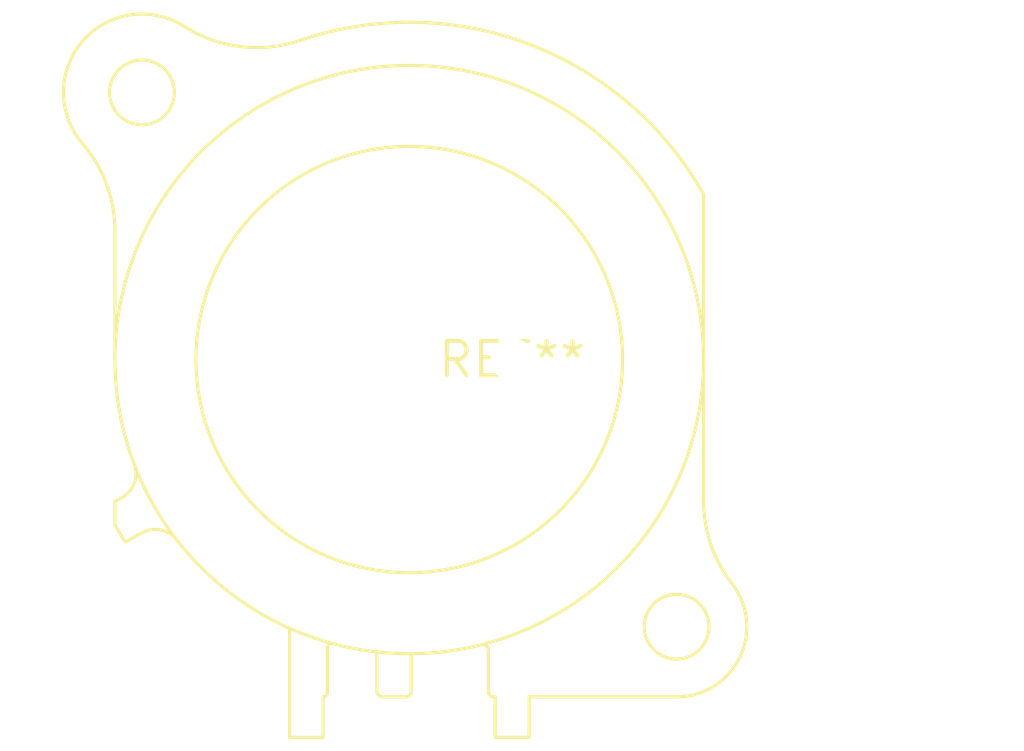
<source format=kicad_pcb>
(kicad_pcb (version 20240108) (generator pcbnew)
  (layers (0 "F.Cu" signal) (31 "B.Cu" signal) (34 "B.Paste" user) (35 "F.Paste" user) (36 "B.SilkS" user "B.Silkscreen") (37 "F.SilkS" user "F.Silkscreen") (38 "B.Mask" user) (39 "F.Mask" user) (44 "Edge.Cuts" user))
  (net 0 "")
  (footprint "Jack_XLR_Neutrik_NC3FAV1-DA_Vertical" (layer "F.Cu") (at 0 0)
    (property "Reference" "REF**")
    (property "Value" "Jack_XLR_Neutrik_NC3FAV1-DA_Vertical")
    (fp_line (start -14.71 0) (end -14.71 -4.76) (layer "F.SilkS") (stroke (width 0.12)))
    (fp_line (start -14.71 5.26) (end -14.71 6.12) (layer "F.SilkS") (stroke (width 0.12)))
    (fp_line (start -14.44 5.11) (end -14.71 5.26) (layer "F.SilkS") (stroke (width 0.12)))
    (fp_line (start -14.32 6.76) (end -13.71 6.42) (layer "F.SilkS") (stroke (width 0.12)))
    (fp_line (start -8.24 9.96) (end -8.24 14) (layer "F.SilkS") (stroke (width 0.12)))
    (fp_line (start -7 12.5) (end -7 14) (layer "F.SilkS") (stroke (width 0.12)))
    (fp_line (start -7 14) (end -8.24 14) (layer "F.SilkS") (stroke (width 0.12)))
    (fp_line (start -6.84 12.34) (end -6.84 10.69) (layer "F.SilkS") (stroke (width 0.12)))
    (fp_line (start -5.01 10.83) (end -5.01 12.3) (layer "F.SilkS") (stroke (width 0.12)))
    (fp_line (start -3.94 12.5) (end -4.81 12.5) (layer "F.SilkS") (stroke (width 0.12)))
    (fp_line (start -3.74 10.9) (end -3.74 12.3) (layer "F.SilkS") (stroke (width 0.12)))
    (fp_line (start -0.88 12.3) (end -0.88 10.76) (layer "F.SilkS") (stroke (width 0.12)))
    (fp_line (start -0.63 12.5) (end -0.68 12.5) (layer "F.SilkS") (stroke (width 0.12)))
    (fp_line (start -0.63 12.5) (end -0.63 14) (layer "F.SilkS") (stroke (width 0.12)))
    (fp_line (start 0.62 14) (end -0.63 14) (layer "F.SilkS") (stroke (width 0.12)))
    (fp_line (start 0.63 12.5) (end 6.09 12.5) (layer "F.SilkS") (stroke (width 0.12)))
    (fp_line (start 0.63 14) (end 0.63 12.5) (layer "F.SilkS") (stroke (width 0.12)))
    (fp_line (start 7.09 5.24) (end 7.09 -6.12) (layer "F.SilkS") (stroke (width 0.12)))
    (fp_arc (start -15.908829 -8.000856) (mid -15.019313 -6.48774) (end -14.71 -4.76) (layer "F.SilkS") (stroke (width 0.12)))
    (fp_arc (start -15.908236 -8.001617) (mid -15.907486 -11.799251) (end -12.15 -12.35) (layer "F.SilkS") (stroke (width 0.12)))
    (fp_arc (start -14.32314 6.763008) (mid -14.521396 6.444407) (end -14.71 6.12) (layer "F.SilkS") (stroke (width 0.12)))
    (fp_arc (start -14.004283 3.855674) (mid -13.989213 4.56375) (end -14.44 5.11) (layer "F.SilkS") (stroke (width 0.12)))
    (fp_arc (start -13.71 6.42) (mid -13.01025 6.315915) (end -12.412202 6.693832) (layer "F.SilkS") (stroke (width 0.12)))
    (fp_arc (start -7.848035 -11.831177) (mid -10.058192 -11.599923) (end -12.15 -12.35) (layer "F.SilkS") (stroke (width 0.12)))
    (fp_arc (start -7.841153 -11.83276) (mid 0.657009 -11.675197) (end 7.09 -6.12) (layer "F.SilkS") (stroke (width 0.12)))
    (fp_arc (start -6.84 10.69) (mid -6.803713 10.578321) (end -6.708713 10.509299) (layer "F.SilkS") (stroke (width 0.12)))
    (fp_arc (start -6.84 12.34) (mid -6.886863 12.453137) (end -7 12.5) (layer "F.SilkS") (stroke (width 0.12)))
    (fp_arc (start -4.81 12.5) (mid -4.951421 12.441421) (end -5.01 12.3) (layer "F.SilkS") (stroke (width 0.12)))
    (fp_arc (start -3.74 12.3) (mid -3.798579 12.441421) (end -3.94 12.5) (layer "F.SilkS") (stroke (width 0.12)))
    (fp_arc (start -1.1294 10.566197) (mid -0.957281 10.602076) (end -0.88 10.76) (layer "F.SilkS") (stroke (width 0.12)))
    (fp_arc (start -0.68 12.5) (mid -0.821421 12.441421) (end -0.88 12.3) (layer "F.SilkS") (stroke (width 0.12)))
    (fp_arc (start 2.636924 -8.782671) (mid 2.628394 -8.791269) (end 2.62 -8.8) (layer "F.SilkS") (stroke (width 0.12)))
    (fp_arc (start 2.680052 -8.767734) (mid 2.65973 -8.7835) (end 2.64 -8.8) (layer "F.SilkS") (stroke (width 0.12)))
    (fp_arc (start 8.095865 8.245761) (mid 8.441704 11.008824) (end 6.09 12.5) (layer "F.SilkS") (stroke (width 0.12)))
    (fp_arc (start 8.098032 8.243976) (mid 7.348729 6.824298) (end 7.09 5.24) (layer "F.SilkS") (stroke (width 0.12)))
    (fp_circle (center -13.71 -9.9) (end -12.51 -9.9) (layer "F.SilkS") (stroke (width 0.12)) (fill none))
    (fp_circle (center -3.81 0) (end 4.09 0) (layer "F.SilkS") (stroke (width 0.12)) (fill none))
    (fp_circle (center -3.81 0) (end 7.09 0) (layer "F.SilkS") (stroke (width 0.12)) (fill none))
    (fp_circle (center 6.09 9.9) (end 7.29 9.9) (layer "F.SilkS") (stroke (width 0.12)) (fill none))
    (pad "1" thru_hole circle (at 0 0) (size 3.4 3.4) (drill 1.6) (layers *.Cu *.Mask) (remove_unused_layers))
    (pad "2" thru_hole circle (at -7.62 0) (size 3.4 3.4) (drill 1.6) (layers *.Cu *.Mask) (remove_unused_layers))
    (pad "3" thru_hole circle (at -3.81 4.45) (size 2.9 2.9) (drill 1.2) (layers *.Cu *.Mask) (remove_unused_layers))
  )
)
</source>
